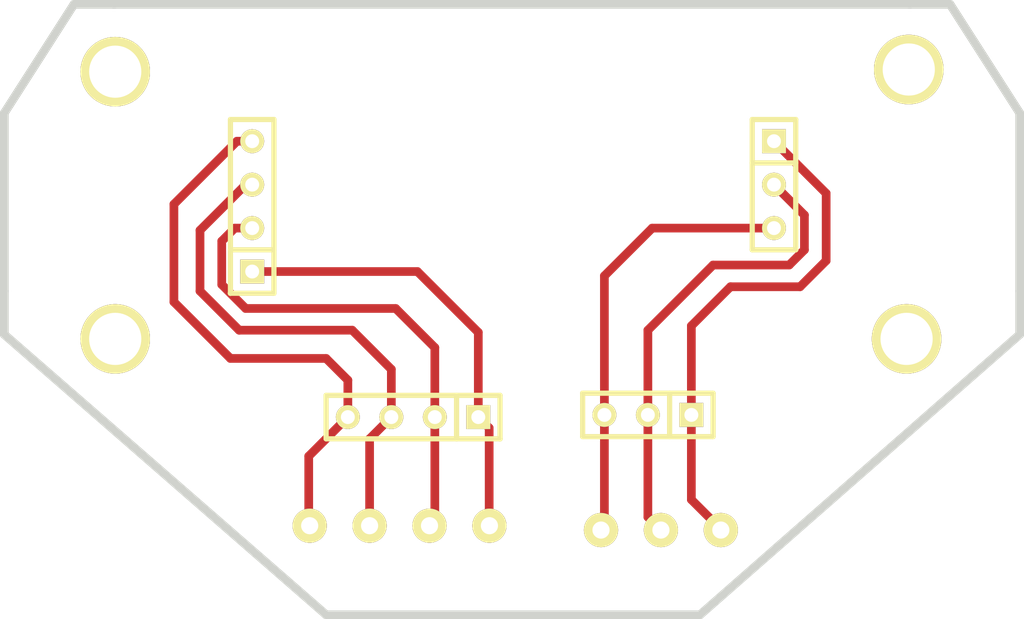
<source format=kicad_pcb>
(kicad_pcb (version 4) (host json2kicad_pcb "2021-02-22 12:09:09")

  (general
    (links 0)
    (no_connects 0)
    (area -28.575 -14.224 30.734 21.463)
    (thickness 1.6002)
    (drawings 0)
    (tracks 53)
    (zones 0)
    (modules 10)
    (nets 101)
  )

  (page A3)
  (title_block
    (date "30 dec 2015")
  )

  (layers
  (0 B.Cu signal)
  (1 Inner1.Cu signal)
  (2 Inner2.Cu signal)
  (15 F.Cu signal)
  (20 B.SilkS user)
  (21 F.SilkS user)
  (22 B.Paste user)
  (23 F.Paste user)
  (24 Dwgs.User user)
  (25 Cmts.User user)
  (26 Eco1.User user)
  (27 Eco2.User user)
  (28 Edge.Cuts user)
  (31 B.Cu signal)
  (32 B.Adhes user)
  (33 F.Adhes user)
  (34 B.Paste user)
  (35 F.Paste user)
  (36 B.SilkS user)
  (37 F.SilkS user)
  (38 B.Mask user)
  (39 F.Mask user)
  (40 Dwgs.User user)
  (41 Cmts.User user)
  (42 Eco1.User user)
  (43 Eco2.User user)
  (44 Edge.Cuts user)
  )

  (setup
(last_trace_width 0.254)
    (trace_clearance 0.254)
    (zone_clearance 0.508)
    (zone_45_only no)
    (trace_min 0.254)
    (segment_width 0.2)
    (edge_width 0.1)
    (via_size 1.19888)
    (via_drill 0.635)
    (via_min_size 0.889)
    (via_min_drill 0.508)
    (uvia_size 0.508)
    (uvia_drill 0.127)
    (uvias_allowed no)
    (uvia_min_size 0.508)
    (uvia_min_drill 0.127)
    (pcb_text_width 0.3)
    (pcb_text_size 1.5 1.5)
    (mod_edge_width 0.15)
    (mod_text_size 1 1)
    (mod_text_width 0.15)
    (pad_size 1.5 1.5)
    (pad_drill 0.6)
    (pad_to_mask_clearance 0)
    (aux_axis_origin 0 0)
    (visible_elements 7FFFFFFF)
    (pcbplotparams
      (layerselection 0x00030_80000001)
      (usegerberextensions true)
      (excludeedgelayer true)
      (linewidth 0.150000)
      (plotframeref false)
      (viasonmask false)
      (mode 1)
      (useauxorigin false)
      (hpglpennumber 1)
      (hpglpenspeed 20)
      (hpglpendiameter 15)
      (hpglpenoverlay 2)
      (psnegative false)
      (psa4output false)
      (plotreference true)
      (plotvalue true)
      (plotinvisibletext false)
      (padsonsilk false)
      (subtractmaskfromsilk false)
      (outputformat 1)
      (mirror false)
      (drillshape 1)
      (scaleselection 1)
      (outputdirectory ""))
  )

  (net 0 "")
  (net 1 "N-00001")
  (net 2 "N-00002")
  (net 3 "N-00003")
  (net 4 "N-00004")
  (net 5 "N-00005")
  (net 6 "N-00006")
  (net 7 "N-00007")
  (net 8 "N-00008")
  (net 9 "N-00009")
  (net 10 "N-00010")
  (net 11 "N-00011")
  (net 12 "N-00012")
  (net 13 "N-00013")
  (net 14 "N-00014")
  (net 15 "N-00015")
  (net 16 "N-00016")
  (net 17 "N-00017")
  (net 18 "N-00018")
  (net 19 "N-00019")
  (net 20 "N-00020")
  (net 21 "N-00021")
  (net 22 "N-00022")
  (net 23 "N-00023")
  (net 24 "N-00024")
  (net 25 "N-00025")
  (net 26 "N-00026")
  (net 27 "N-00027")
  (net 28 "N-00028")
  (net 29 "N-00029")
  (net 30 "N-00030")
  (net 31 "N-00031")
  (net 32 "N-00032")
  (net 33 "N-00033")
  (net 34 "N-00034")
  (net 35 "N-00035")
  (net 36 "N-00036")
  (net 37 "N-00037")
  (net 38 "N-00038")
  (net 39 "N-00039")
  (net 40 "N-00040")
  (net 41 "N-00041")
  (net 42 "N-00042")
  (net 43 "N-00043")
  (net 44 "N-00044")
  (net 45 "N-00045")
  (net 46 "N-00046")
  (net 47 "N-00047")
  (net 48 "N-00048")
  (net 49 "N-00049")
  (net 50 "N-00050")
  (net 51 "N-00051")
  (net 52 "N-00052")
  (net 53 "N-00053")
  (net 54 "N-00054")
  (net 55 "N-00055")
  (net 56 "N-00056")
  (net 57 "N-00057")
  (net 58 "N-00058")
  (net 59 "N-00059")
  (net 60 "N-00060")
  (net 61 "N-00061")
  (net 62 "N-00062")
  (net 63 "N-00063")
  (net 64 "N-00064")
  (net 65 "N-00065")
  (net 66 "N-00066")
  (net 67 "N-00067")
  (net 68 "N-00068")
  (net 69 "N-00069")
  (net 70 "N-00070")
  (net 75 "N-00075")
  (net 80 "N-00080")
  (net 76 "N-00076")
  (net 81 "N-00081")
  (net 82 "N-00082")
  (net 83 "N-00083")
  (net 84 "N-00084")
  (net 85 "N-00085")
  (net 88 "N-00088")
  (net 89 "N-00089")
  (net 90 "N-00090")
  (net 91 "N-00091")
  (net 92 "N-00092")
  (net 93 "N-00093")
  (net 94 "N-00094")
  (net 95 "N-00095")
  (net 100 "N-00100")
  (net 110 "N-00110")
  (net 105 "N-00105")
  (net 103 "N-00103")
  (net 112 "N-00112")
  (net 113 "N-00113")
  (net 114 "N-00114")
  (net 115 "N-00115")
  (net 116 "N-00116")
  (net 117 "N-00117")
  (net 118 "N-00118")
  (net 124 "N-00124")
  (net 123 "N-00123")
  (net 125 "N-00125")

  (net_class Default "This is the default net class."
    (via_dia 1.19888)
    (via_drill 0.635)
    (uvia_drill 0.127)
    (trace_width 0.254)
    (uvia_dia 0.508)
    (clearance 0.254)
    (add_net "")
    (add_net "N-00001")
    (add_net "N-00002")
    (add_net "N-00003")
    (add_net "N-00004")
    (add_net "N-00005")
    (add_net "N-00006")
    (add_net "N-00007")
    (add_net "N-00008")
    (add_net "N-00009")
    (add_net "N-00010")
    (add_net "N-00011")
    (add_net "N-00012")
    (add_net "N-00013")
    (add_net "N-00014")
    (add_net "N-00015")
    (add_net "N-00016")
    (add_net "N-00017")
    (add_net "N-00018")
    (add_net "N-00019")
    (add_net "N-00020")
    (add_net "N-00021")
    (add_net "N-00022")
    (add_net "N-00023")
    (add_net "N-00024")
    (add_net "N-00025")
    (add_net "N-00026")
    (add_net "N-00027")
    (add_net "N-00028")
    (add_net "N-00029")
    (add_net "N-00030")
    (add_net "N-00031")
    (add_net "N-00024")
    (add_net "N-00025")
    (add_net "N-00026")
    (add_net "N-00027")
    (add_net "N-00020")
    (add_net "N-00021")
    (add_net "N-00022")
    (add_net "N-00023")
    (add_net "N-00040")
    (add_net "N-00041")
    (add_net "N-00042")
    (add_net "N-00043")
    (add_net "N-00028")
    (add_net "N-00029")
    (add_net "N-00046")
    (add_net "N-00047")
    (add_net "N-00048")
    (add_net "")
    (add_net "N-00050")
    (add_net "N-00051")
    (add_net "N-00052")
    (add_net "N-00004")
    (add_net "N-00054")
    (add_net "N-00055")
    (add_net "N-00056")
    (add_net "N-00008")
    (add_net "N-00058")
    (add_net "N-00059")
    (add_net "N-00060")
    (add_net "N-00061")
    (add_net "N-00062")
    (add_net "N-00063")
    (add_net "N-00064")
    (add_net "N-00065")
    (add_net "N-00066")
    (add_net "N-00067")
    (add_net "N-00068")
    (add_net "N-00069")
    (add_net "N-00070")
    (add_net "N-00075")
    (add_net "N-00076")
    (add_net "N-00080")
    (add_net "N-00081")
    (add_net "N-00082")
    (add_net "N-00083")
    (add_net "N-00084")
    (add_net "N-00085")
    (add_net "N-00088")
    (add_net "N-00089")
    (add_net "N-00090")
    (add_net "N-00091")
    (add_net "N-00092")
    (add_net "N-00093")
    (add_net "N-00094")
    (add_net "N-00095")
    (add_net "N-00059")
    (add_net "N-00058")
    (add_net "N-00103")
    (add_net "N-00055")
    (add_net "N-00054")
    (add_net "N-00057")
    (add_net "N-00056")
    (add_net "N-00051")
    (add_net "N-00050")
    (add_net "N-00053")
    (add_net "N-00052")
    (add_net "N-00112")
    (add_net "N-00113")
    (add_net "N-00114")
    (add_net "N-00115")
    (add_net "N-00116")
    (add_net "N-00117")
    (add_net "N-00118")
    (add_net "N-00105")
    (add_net "N-00123")
    (add_net "N-00124")
    (add_net "N-00125")
    (add_net "N-00115")
    (add_net "N-00114")
    (add_net "N-00088")
    (add_net "N-00089")
    (add_net "N-00110")
    (add_net "N-00113")
    (add_net "N-00112")
    (add_net "N-00082")
    (add_net "N-00039")
    (add_net "N-00080")
    (add_net "N-00081")
    (add_net "N-00118")
    (add_net "N-00084")
    (add_net "N-00085")
    (add_net "N-00110")
    (add_net "N-00003")
    (add_net "N-00007")
    (add_net "N-00032")
    (add_net "N-00033")
    (add_net "N-00034")
    (add_net "N-00035")
    (add_net "N-00036")
    (add_net "N-00100")
    (add_net "N-00037")
    (add_net "N-00039")
    (add_net "N-00038")
    (add_net "N-00038")
    (add_net "N-00033")
    (add_net "N-00032")
    (add_net "N-00031")
    (add_net "N-00030")
    (add_net "N-00037")
    (add_net "N-00036")
    (add_net "N-00035")
    (add_net "N-00034")
    (add_net "N-00044")
    (add_net "N-00045")
    (add_net "N-00060")
    (add_net "N-00061")
    (add_net "N-00062")
    (add_net "N-00063")
    (add_net "N-00064")
    (add_net "N-00065")
    (add_net "N-00066")
    (add_net "N-00067")
    (add_net "N-00068")
    (add_net "N-00069")
    (add_net "N-00049")
    (add_net "N-00002")
    (add_net "N-00006")
    (add_net "N-00105")
    (add_net "N-00053")
    (add_net "N-00057")
    (add_net "N-00091")
    (add_net "N-00090")
    (add_net "N-00093")
    (add_net "N-00092")
    (add_net "N-00095")
    (add_net "N-00094")
    (add_net "N-00011")
    (add_net "N-00010")
    (add_net "N-00013")
    (add_net "N-00012")
    (add_net "N-00015")
    (add_net "N-00014")
    (add_net "N-00017")
    (add_net "N-00016")
    (add_net "N-00019")
    (add_net "N-00018")
    (add_net "N-00117")
    (add_net "N-00116")
    (add_net "N-00103")
    (add_net "N-00083")
    (add_net "N-00048")
    (add_net "N-00049")
    (add_net "N-00046")
    (add_net "N-00047")
    (add_net "N-00044")
    (add_net "N-00045")
    (add_net "N-00042")
    (add_net "N-00043")
    (add_net "N-00040")
    (add_net "N-00041")
    (add_net "N-00001")
    (add_net "N-00005")
    (add_net "N-00009")
    (add_net "N-00100")
    (add_net "N-00076")
    (add_net "N-00075")
    (add_net "N-00070")
    (add_net "N-00123")
    (add_net "N-00124")
    (add_net "N-00125")
  )
  (gr_line (start -28.575 5.08) (end -9.779 21.463) (angle 51566.20) (width 0.508) (layer Edge.Cuts))
  (gr_line (start -28.575 2.54) (end -28.575 5.08) (angle 51566.20) (width 0.508) (layer Edge.Cuts))
  (module "1pin"
    (layer "F.Cu")
    (tedit 0)
    (tstamp 0)
    (at -22.098 5.334 0.00)
    (fp_text reference "1PIN"
      (at -3.048 0.0 0.00)
      (layer F.SilkS)
      (effects (font (size 1.016 0.0)
        (thickness 0.0)))
    )
    (fp_text value "P***"
      (at 2.794 0.0 0.00)
      (layer F.SilkS)
      (effects (font (size 1.016 0.0)
        (thickness 0.0)))
    )
    (pad 1 thru_hole circle (at 0.0 0.0 0.00) (size 4.064 4.064) (drill 3.048) (layers "B.Cu" "Inner1.Cu" "Inner2.Cu" "F.Cu" "F.SilkS" "B.Paste" "F.Paste") (net 84 N-00084))
  )

  (gr_line (start 30.734 5.08) (end 12.065 21.463) (angle 51566.20) (width 0.508) (layer Edge.Cuts))
  (module "1pin"
    (layer "F.Cu")
    (tedit 0)
    (tstamp 0)
    (at 24.13 5.334 0.00)
    (fp_text reference "1PIN"
      (at -3.048 0.0 0.00)
      (layer F.SilkS)
      (effects (font (size 1.016 0.0)
        (thickness 0.0)))
    )
    (fp_text value "P***"
      (at 2.794 0.0 0.00)
      (layer F.SilkS)
      (effects (font (size 1.016 0.0)
        (thickness 0.0)))
    )
    (pad 1 thru_hole circle (at 0.0 0.0 0.00) (size 4.064 4.064) (drill 3.048) (layers "B.Cu" "Inner1.Cu" "Inner2.Cu" "F.Cu" "F.SilkS" "B.Paste" "F.Paste") (net 85 N-00085))
  )

  (gr_line (start -9.779 21.463) (end 12.065 21.463) (angle 51566.20) (width 0.508) (layer Edge.Cuts))
  (module "1pin"
    (layer "F.Cu")
    (tedit 0)
    (tstamp 0)
    (at -22.098 -10.287 0.00)
    (fp_text reference "1PIN"
      (at -3.048 0.0 0.00)
      (layer F.SilkS)
      (effects (font (size 1.016 0.0)
        (thickness 0.0)))
    )
    (fp_text value "P***"
      (at 2.794 0.0 0.00)
      (layer F.SilkS)
      (effects (font (size 1.016 0.0)
        (thickness 0.0)))
    )
    (pad 1 thru_hole circle (at 0.0 0.0 0.00) (size 4.064 4.064) (drill 3.048) (layers "B.Cu" "Inner1.Cu" "Inner2.Cu" "F.Cu" "F.SilkS" "B.Paste" "F.Paste") (net 82 N-00082))
  )

  (gr_line (start 30.734 2.54) (end 30.734 5.08) (angle 51566.20) (width 0.508) (layer Edge.Cuts))
  (gr_line (start 30.734 -7.874) (end 30.734 2.54) (angle 51566.20) (width 0.508) (layer Edge.Cuts))
  (gr_line (start -22.225 -14.224) (end 24.384 -14.224) (angle 51566.20) (width 0.508) (layer Edge.Cuts))
  (module "1pin"
    (layer "F.Cu")
    (tedit 0)
    (tstamp 0)
    (at 24.257 -10.414 0.00)
    (fp_text reference "1PIN"
      (at -3.048 0.0 0.00)
      (layer F.SilkS)
      (effects (font (size 1.016 0.0)
        (thickness 0.0)))
    )
    (fp_text value "P***"
      (at 2.794 0.0 0.00)
      (layer F.SilkS)
      (effects (font (size 1.016 0.0)
        (thickness 0.0)))
    )
    (pad 1 thru_hole circle (at 0.0 0.0 0.00) (size 4.064 4.064) (drill 3.048) (layers "B.Cu" "Inner1.Cu" "Inner2.Cu" "F.Cu" "F.SilkS" "B.Paste" "F.Paste") (net 83 N-00083))
  )

  (gr_line (start 26.67 -14.224) (end 30.734 -7.874) (angle 51566.20) (width 0.508) (layer Edge.Cuts))
  (gr_line (start 24.257 -14.224) (end 26.67 -14.224) (angle 51566.20) (width 0.508) (layer Edge.Cuts))
  (gr_line (start -24.511 -14.224) (end -28.575 -7.874) (angle 51566.20) (width 0.508) (layer Edge.Cuts))
  (gr_line (start -22.098 -14.224) (end -24.511 -14.224) (angle 51566.20) (width 0.508) (layer Edge.Cuts))
  (gr_line (start -28.575 -7.874) (end -28.575 2.54) (angle 51566.20) (width 0.508) (layer Edge.Cuts))
  (module "SIL-4"
    (layer "F.Cu")
    (tedit 0)
    (tstamp 0)
    (at -4.699 9.906 180.00)
    (fp_text reference "SIL-4"
      (at -2.54 0.0 0.00)
      (layer F.SilkS)
      (effects (font (size 1.08712 0.0)
        (thickness 0.0)))
    )
    (fp_text value "Val**"
      (at -2.54 0.0 0.00)
      (layer F.SilkS)
      (effects (font (size 1.016 0.0)
        (thickness 0.0)))
    )
    (fp_line (start -5.08 -1.27) (end -5.08 -1.27) (layer F.SilkS) (width 0.3048))
    (fp_line (start -5.08 1.27) (end -5.08 -1.27) (layer F.SilkS) (width 0.3048))
    (fp_line (start -5.08 -1.27) (end -5.08 -1.27) (layer F.SilkS) (width 0.3048))
    (fp_line (start -5.08 -1.27) (end 5.08 -1.27) (layer F.SilkS) (width 0.3048))
    (fp_line (start 5.08 -1.27) (end 5.08 1.27) (layer F.SilkS) (width 0.3048))
    (fp_line (start 5.08 1.27) (end -5.08 1.27) (layer F.SilkS) (width 0.3048))
    (fp_line (start -2.54 1.27) (end -2.54 -1.27) (layer F.SilkS) (width 0.3048))
    (pad 1 thru_hole rect (at -3.81 0.0 -180.00) (size 1.397 1.397) (drill 0.8128) (layers "B.Cu" "Inner1.Cu" "Inner2.Cu" "F.Cu" "F.SilkS" "B.Paste" "F.Paste") (net 115 N-00115))
    (pad 2 thru_hole circle (at -1.27 0.0 -180.00) (size 1.397 1.397) (drill 0.8128) (layers "B.Cu" "Inner1.Cu" "Inner2.Cu" "F.Cu" "F.SilkS" "B.Paste" "F.Paste") (net 116 N-00116))
    (pad 3 thru_hole circle (at 1.27 0.0 -180.00) (size 1.397 1.397) (drill 0.8128) (layers "B.Cu" "Inner1.Cu" "Inner2.Cu" "F.Cu" "F.SilkS" "B.Paste" "F.Paste") (net 117 N-00117))
    (pad 4 thru_hole circle (at 3.81 0.0 -180.00) (size 1.397 1.397) (drill 0.8128) (layers "B.Cu" "Inner1.Cu" "Inner2.Cu" "F.Cu" "F.SilkS" "B.Paste" "F.Paste") (net 118 N-00118))
  )

  (module "SIL-4"
    (layer "F.Cu")
    (tedit 0)
    (tstamp 0)
    (at -14.097 -2.413 90.00)
    (fp_text reference "SIL-4"
      (at -2.54 0.0 0.00)
      (layer F.SilkS)
      (effects (font (size 1.08712 0.0)
        (thickness 0.0)))
    )
    (fp_text value "Val**"
      (at -2.54 0.0 0.00)
      (layer F.SilkS)
      (effects (font (size 1.016 0.0)
        (thickness 0.0)))
    )
    (fp_line (start -5.08 -1.27) (end -5.08 -1.27) (layer F.SilkS) (width 0.3048))
    (fp_line (start -5.08 1.27) (end -5.08 -1.27) (layer F.SilkS) (width 0.3048))
    (fp_line (start -5.08 -1.27) (end -5.08 -1.27) (layer F.SilkS) (width 0.3048))
    (fp_line (start -5.08 -1.27) (end 5.08 -1.27) (layer F.SilkS) (width 0.3048))
    (fp_line (start 5.08 -1.27) (end 5.08 1.27) (layer F.SilkS) (width 0.3048))
    (fp_line (start 5.08 1.27) (end -5.08 1.27) (layer F.SilkS) (width 0.3048))
    (fp_line (start -2.54 1.27) (end -2.54 -1.27) (layer F.SilkS) (width 0.3048))
    (pad 1 thru_hole rect (at -3.81 0.0 90.00) (size 1.397 1.397) (drill 0.8128) (layers "B.Cu" "Inner1.Cu" "Inner2.Cu" "F.Cu" "F.SilkS" "B.Paste" "F.Paste") (net 115 N-00115))
    (pad 2 thru_hole circle (at -1.27 0.0 90.00) (size 1.397 1.397) (drill 0.8128) (layers "B.Cu" "Inner1.Cu" "Inner2.Cu" "F.Cu" "F.SilkS" "B.Paste" "F.Paste") (net 116 N-00116))
    (pad 3 thru_hole circle (at 1.27 0.0 90.00) (size 1.397 1.397) (drill 0.8128) (layers "B.Cu" "Inner1.Cu" "Inner2.Cu" "F.Cu" "F.SilkS" "B.Paste" "F.Paste") (net 117 N-00117))
    (pad 4 thru_hole circle (at 3.81 0.0 90.00) (size 1.397 1.397) (drill 0.8128) (layers "B.Cu" "Inner1.Cu" "Inner2.Cu" "F.Cu" "F.SilkS" "B.Paste" "F.Paste") (net 118 N-00118))
  )

  (module "SIL-3"
    (layer "F.Cu")
    (tedit 0)
    (tstamp 0)
    (at 9.017 9.779 -180.00)
    (fp_text reference "SIL-3"
      (at -2.54 0.0 0.00)
      (layer F.SilkS)
      (effects (font (size 1.07696 0.0)
        (thickness 0.0)))
    )
    (fp_text value "Val**"
      (at -2.54 0.0 0.00)
      (layer F.SilkS)
      (effects (font (size 1.016 0.0)
        (thickness 0.0)))
    )
    (fp_line (start -3.81 1.27) (end -3.81 -1.27) (layer F.SilkS) (width 0.3048))
    (fp_line (start -3.81 -1.27) (end 3.81 -1.27) (layer F.SilkS) (width 0.3048))
    (fp_line (start 3.81 -1.27) (end 3.81 1.27) (layer F.SilkS) (width 0.3048))
    (fp_line (start 3.81 1.27) (end -3.81 1.27) (layer F.SilkS) (width 0.3048))
    (fp_line (start -1.27 -1.27) (end -1.27 1.27) (layer F.SilkS) (width 0.3048))
    (pad 1 thru_hole rect (at -2.54 0.0 -180.00) (size 1.397 1.397) (drill 0.8128) (layers "B.Cu" "Inner1.Cu" "Inner2.Cu" "F.Cu" "F.SilkS" "B.Paste" "F.Paste") (net 123 N-00123))
    (pad 2 thru_hole circle (at 0.0 0.0 -180.00) (size 1.397 1.397) (drill 0.8128) (layers "B.Cu" "Inner1.Cu" "Inner2.Cu" "F.Cu" "F.SilkS" "B.Paste" "F.Paste") (net 124 N-00124))
    (pad 3 thru_hole circle (at 2.54 0.0 -180.00) (size 1.397 1.397) (drill 0.8128) (layers "B.Cu" "Inner1.Cu" "Inner2.Cu" "F.Cu" "F.SilkS" "B.Paste" "F.Paste") (net 125 N-00125))
  )

  (module "SIL-3"
    (layer "F.Cu")
    (tedit 0)
    (tstamp 0)
    (at 16.383 -3.683 -90.00)
    (fp_text reference "SIL-3"
      (at -2.54 0.0 0.00)
      (layer F.SilkS)
      (effects (font (size 1.07696 0.0)
        (thickness 0.0)))
    )
    (fp_text value "Val**"
      (at -2.54 0.0 0.00)
      (layer F.SilkS)
      (effects (font (size 1.016 0.0)
        (thickness 0.0)))
    )
    (fp_line (start -3.81 1.27) (end -3.81 -1.27) (layer F.SilkS) (width 0.3048))
    (fp_line (start -3.81 -1.27) (end 3.81 -1.27) (layer F.SilkS) (width 0.3048))
    (fp_line (start 3.81 -1.27) (end 3.81 1.27) (layer F.SilkS) (width 0.3048))
    (fp_line (start 3.81 1.27) (end -3.81 1.27) (layer F.SilkS) (width 0.3048))
    (fp_line (start -1.27 -1.27) (end -1.27 1.27) (layer F.SilkS) (width 0.3048))
    (pad 1 thru_hole rect (at -2.54 0.0 -90.00) (size 1.397 1.397) (drill 0.8128) (layers "B.Cu" "Inner1.Cu" "Inner2.Cu" "F.Cu" "F.SilkS" "B.Paste" "F.Paste") (net 123 N-00123))
    (pad 2 thru_hole circle (at 0.0 0.0 -90.00) (size 1.397 1.397) (drill 0.8128) (layers "B.Cu" "Inner1.Cu" "Inner2.Cu" "F.Cu" "F.SilkS" "B.Paste" "F.Paste") (net 124 N-00124))
    (pad 3 thru_hole circle (at 2.54 0.0 -90.00) (size 1.397 1.397) (drill 0.8128) (layers "B.Cu" "Inner1.Cu" "Inner2.Cu" "F.Cu" "F.SilkS" "B.Paste" "F.Paste") (net 125 N-00125))
  )

  (segment (start -14.097 1.397) (end -4.445 1.397) (width 0.508) (layer B.Cu) (net 115))
  (segment (start -4.445 1.397) (end -0.889 4.953) (width 0.508) (layer B.Cu) (net 115))
  (segment (start -0.889 4.953) (end -0.889 9.906) (width 0.508) (layer B.Cu) (net 115))
  (segment (start -14.097 -1.143) (end -15.113 -1.143) (width 0.508) (layer B.Cu) (net 116))
  (segment (start -15.113 -1.143) (end -15.875 -0.381) (width 0.508) (layer B.Cu) (net 116))
  (segment (start -15.875 -0.381) (end -15.875 2.159) (width 0.508) (layer B.Cu) (net 116))
  (segment (start -15.875 2.159) (end -14.478 3.556) (width 0.508) (layer B.Cu) (net 116))
  (segment (start -14.478 3.556) (end -5.715 3.556) (width 0.508) (layer B.Cu) (net 116))
  (segment (start -5.715 3.556) (end -3.429 5.842) (width 0.508) (layer B.Cu) (net 116))
  (segment (start -3.429 5.842) (end -3.429 9.906) (width 0.508) (layer B.Cu) (net 116))
  (segment (start -14.097 -3.683) (end -14.478 -3.683) (width 0.508) (layer B.Cu) (net 117))
  (segment (start -14.478 -3.683) (end -17.145 -1.016) (width 0.508) (layer B.Cu) (net 117))
  (segment (start -17.145 -1.016) (end -17.145 2.54) (width 0.508) (layer B.Cu) (net 117))
  (segment (start -17.145 2.54) (end -14.859 4.826) (width 0.508) (layer B.Cu) (net 117))
  (segment (start -14.859 4.826) (end -8.255 4.826) (width 0.508) (layer B.Cu) (net 117))
  (segment (start -8.255 4.826) (end -5.969 7.112) (width 0.508) (layer B.Cu) (net 117))
  (segment (start -5.969 7.112) (end -5.969 9.906) (width 0.508) (layer B.Cu) (net 117))
  (segment (start -14.097 -6.223) (end -14.986 -6.223) (width 0.508) (layer B.Cu) (net 118))
  (segment (start -14.986 -6.223) (end -18.669 -2.54) (width 0.508) (layer B.Cu) (net 118))
  (segment (start -18.669 -2.54) (end -18.669 3.175) (width 0.508) (layer B.Cu) (net 118))
  (segment (start -18.669 3.175) (end -15.367 6.477) (width 0.508) (layer B.Cu) (net 118))
  (segment (start -15.367 6.477) (end -9.779 6.477) (width 0.508) (layer B.Cu) (net 118))
  (segment (start -9.779 6.477) (end -8.509 7.747) (width 0.508) (layer B.Cu) (net 118))
  (segment (start -8.509 7.747) (end -8.509 9.906) (width 0.508) (layer B.Cu) (net 118))
  (segment (start 6.477 9.779) (end 6.477 1.651) (width 0.508) (layer B.Cu) (net 125))
  (segment (start 6.477 1.651) (end 9.271 -1.143) (width 0.508) (layer B.Cu) (net 125))
  (segment (start 9.271 -1.143) (end 16.383 -1.143) (width 0.508) (layer B.Cu) (net 125))
  (segment (start 9.017 9.779) (end 9.017 4.826) (width 0.508) (layer B.Cu) (net 124))
  (segment (start 9.017 4.826) (end 12.827 1.016) (width 0.508) (layer B.Cu) (net 124))
  (segment (start 12.827 1.016) (end 17.272 1.016) (width 0.508) (layer B.Cu) (net 124))
  (segment (start 17.272 1.016) (end 18.161 0.127) (width 0.508) (layer B.Cu) (net 124))
  (segment (start 18.161 0.127) (end 18.161 -1.905) (width 0.508) (layer B.Cu) (net 124))
  (segment (start 18.161 -1.905) (end 16.383 -3.683) (width 0.508) (layer B.Cu) (net 124))
  (segment (start 11.557 9.779) (end 11.557 4.572) (width 0.508) (layer B.Cu) (net 123))
  (segment (start 11.557 4.572) (end 13.843 2.286) (width 0.508) (layer B.Cu) (net 123))
  (segment (start 13.843 2.286) (end 17.907 2.286) (width 0.508) (layer B.Cu) (net 123))
  (segment (start 17.907 2.286) (end 19.431 0.762) (width 0.508) (layer B.Cu) (net 123))
  (segment (start 19.431 0.762) (end 19.431 -3.175) (width 0.508) (layer B.Cu) (net 123))
  (segment (start 19.431 -3.175) (end 16.383 -6.223) (width 0.508) (layer B.Cu) (net 123))
  (module "meow"
    (layer "F.Cu")
    (tedit 0)
    (tstamp 0)
    (at 9.779 16.51 90.00)
    (fp_text reference ""
      (at 0.0 0.0 0.00)
      (layer F.SilkS)
      (effects (font (size 0.0 0.0)
        (thickness 0.0)))
    )
    (fp_text reference ""
      (at 0.0 0.0 0.00)
      (layer F.SilkS)
      (effects (font (size 0.0 0.0)
        (thickness 0.0)))
    )
    (pad 1 thru_hole circle (at 0.0 -3.5 90.00) (size 2.0 2.0) (drill 1.0) (layers "B.Cu" "Inner1.Cu" "Inner2.Cu" "F.Cu" "F.SilkS" "B.Paste" "F.Paste") (net 125 N-00125))
    (pad 2 thru_hole circle (at 0.0 0.0 90.00) (size 2.0 2.0) (drill 1.0) (layers "B.Cu" "Inner1.Cu" "Inner2.Cu" "F.Cu" "F.SilkS" "B.Paste" "F.Paste") (net 124 N-00124))
    (pad 3 thru_hole circle (at 0.0 3.5 90.00) (size 2.0 2.0) (drill 1.0) (layers "B.Cu" "Inner1.Cu" "Inner2.Cu" "F.Cu" "F.SilkS" "B.Paste" "F.Paste") (net 123 N-00123))
  )

  (module "meow"
    (layer "F.Cu")
    (tedit 0)
    (tstamp 0)
    (at -7.239 16.256 90.00)
    (fp_text reference ""
      (at 0.0 0.0 0.00)
      (layer F.SilkS)
      (effects (font (size 0.0 0.0)
        (thickness 0.0)))
    )
    (fp_text reference ""
      (at 0.0 0.0 0.00)
      (layer F.SilkS)
      (effects (font (size 0.0 0.0)
        (thickness 0.0)))
    )
    (pad 1 thru_hole circle (at 0.0 -3.5 90.00) (size 2.0 2.0) (drill 1.0) (layers "B.Cu" "Inner1.Cu" "Inner2.Cu" "F.Cu" "F.SilkS" "B.Paste" "F.Paste") (net 118 N-00118))
    (pad 2 thru_hole circle (at 0.0 0.0 90.00) (size 2.0 2.0) (drill 1.0) (layers "B.Cu" "Inner1.Cu" "Inner2.Cu" "F.Cu" "F.SilkS" "B.Paste" "F.Paste") (net 117 N-00117))
    (pad 3 thru_hole circle (at 0.0 3.5 90.00) (size 2.0 2.0) (drill 1.0) (layers "B.Cu" "Inner1.Cu" "Inner2.Cu" "F.Cu" "F.SilkS" "B.Paste" "F.Paste") (net 116 N-00116))
    (pad 4 thru_hole circle (at 0.0 7.0 90.00) (size 2.0 2.0) (drill 1.0) (layers "B.Cu" "Inner1.Cu" "Inner2.Cu" "F.Cu" "F.SilkS" "B.Paste" "F.Paste") (net 115 N-00115))
  )

  (segment (start -10.795 16.256) (end -10.795 12.192) (width 0.508) (layer B.Cu) (net 118))
  (segment (start -10.795 12.192) (end -8.509 9.906) (width 0.508) (layer B.Cu) (net 118))
  (segment (start -7.239 16.256) (end -7.239 11.176) (width 0.508) (layer B.Cu) (net 117))
  (segment (start -7.239 11.176) (end -5.969 9.906) (width 0.508) (layer B.Cu) (net 117))
  (segment (start -3.429 9.906) (end -3.429 16.002) (width 0.508) (layer B.Cu) (net 116))
  (segment (start -3.429 16.002) (end -3.683 16.256) (width 0.508) (layer B.Cu) (net 116))
  (segment (start -0.254 16.256) (end -0.254 10.541) (width 0.508) (layer B.Cu) (net 115))
  (segment (start -0.254 10.541) (end -0.889 9.906) (width 0.508) (layer B.Cu) (net 115))
  (segment (start 6.477 9.779) (end 6.477 16.256) (width 0.508) (layer B.Cu) (net 125))
  (segment (start 6.477 16.256) (end 6.223 16.51) (width 0.508) (layer B.Cu) (net 125))
  (segment (start 9.017 9.779) (end 9.017 15.748) (width 0.508) (layer B.Cu) (net 124))
  (segment (start 9.017 15.748) (end 9.779 16.51) (width 0.508) (layer B.Cu) (net 124))
  (segment (start 11.557 9.779) (end 11.557 14.732) (width 0.508) (layer B.Cu) (net 123))
  (segment (start 11.557 14.732) (end 13.335 16.51) (width 0.508) (layer B.Cu) (net 123))
)

</source>
